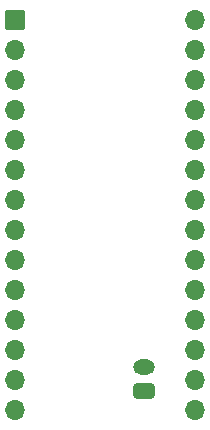
<source format=gbr>
%TF.GenerationSoftware,KiCad,Pcbnew,(6.0.8)*%
%TF.CreationDate,2022-10-29T15:55:06-04:00*%
%TF.ProjectId,HP3457A_NVSRAM_MOD,48503334-3537-4415-9f4e-565352414d5f,rev?*%
%TF.SameCoordinates,Original*%
%TF.FileFunction,Soldermask,Bot*%
%TF.FilePolarity,Negative*%
%FSLAX46Y46*%
G04 Gerber Fmt 4.6, Leading zero omitted, Abs format (unit mm)*
G04 Created by KiCad (PCBNEW (6.0.8)) date 2022-10-29 15:55:06*
%MOMM*%
%LPD*%
G01*
G04 APERTURE LIST*
G04 Aperture macros list*
%AMRoundRect*
0 Rectangle with rounded corners*
0 $1 Rounding radius*
0 $2 $3 $4 $5 $6 $7 $8 $9 X,Y pos of 4 corners*
0 Add a 4 corners polygon primitive as box body*
4,1,4,$2,$3,$4,$5,$6,$7,$8,$9,$2,$3,0*
0 Add four circle primitives for the rounded corners*
1,1,$1+$1,$2,$3*
1,1,$1+$1,$4,$5*
1,1,$1+$1,$6,$7*
1,1,$1+$1,$8,$9*
0 Add four rect primitives between the rounded corners*
20,1,$1+$1,$2,$3,$4,$5,0*
20,1,$1+$1,$4,$5,$6,$7,0*
20,1,$1+$1,$6,$7,$8,$9,0*
20,1,$1+$1,$8,$9,$2,$3,0*%
G04 Aperture macros list end*
%ADD10RoundRect,0.300800X0.625000X-0.350000X0.625000X0.350000X-0.625000X0.350000X-0.625000X-0.350000X0*%
%ADD11O,1.851600X1.301600*%
%ADD12RoundRect,0.050800X-0.800000X-0.800000X0.800000X-0.800000X0.800000X0.800000X-0.800000X0.800000X0*%
%ADD13O,1.701600X1.701600*%
G04 APERTURE END LIST*
D10*
%TO.C,J1*%
X122682000Y-89865200D03*
D11*
X122682000Y-87865200D03*
%TD*%
D12*
%TO.C,U10*%
X111760000Y-58420000D03*
D13*
X111760000Y-60960000D03*
X111760000Y-63500000D03*
X111760000Y-66040000D03*
X111760000Y-68580000D03*
X111760000Y-71120000D03*
X111760000Y-73660000D03*
X111760000Y-76200000D03*
X111760000Y-78740000D03*
X111760000Y-81280000D03*
X111760000Y-83820000D03*
X111760000Y-86360000D03*
X111760000Y-88900000D03*
X111760000Y-91440000D03*
X127000000Y-91440000D03*
X127000000Y-88900000D03*
X127000000Y-86360000D03*
X127000000Y-83820000D03*
X127000000Y-81280000D03*
X127000000Y-78740000D03*
X127000000Y-76200000D03*
X127000000Y-73660000D03*
X127000000Y-71120000D03*
X127000000Y-68580000D03*
X127000000Y-66040000D03*
X127000000Y-63500000D03*
X127000000Y-60960000D03*
X127000000Y-58420000D03*
%TD*%
M02*

</source>
